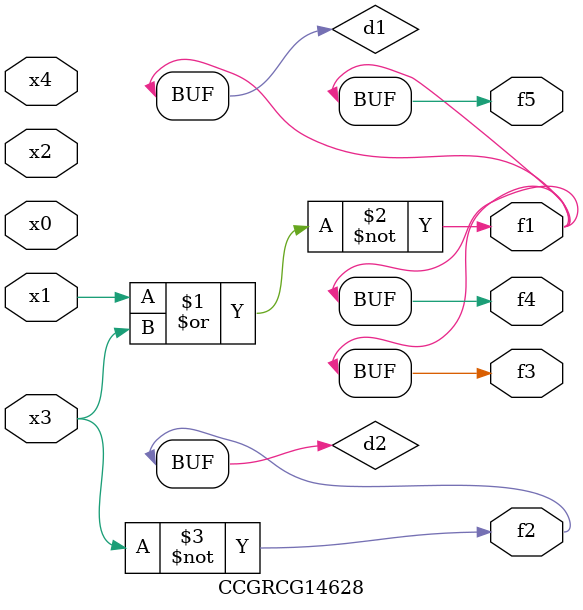
<source format=v>
module CCGRCG14628(
	input x0, x1, x2, x3, x4,
	output f1, f2, f3, f4, f5
);

	wire d1, d2;

	nor (d1, x1, x3);
	not (d2, x3);
	assign f1 = d1;
	assign f2 = d2;
	assign f3 = d1;
	assign f4 = d1;
	assign f5 = d1;
endmodule

</source>
